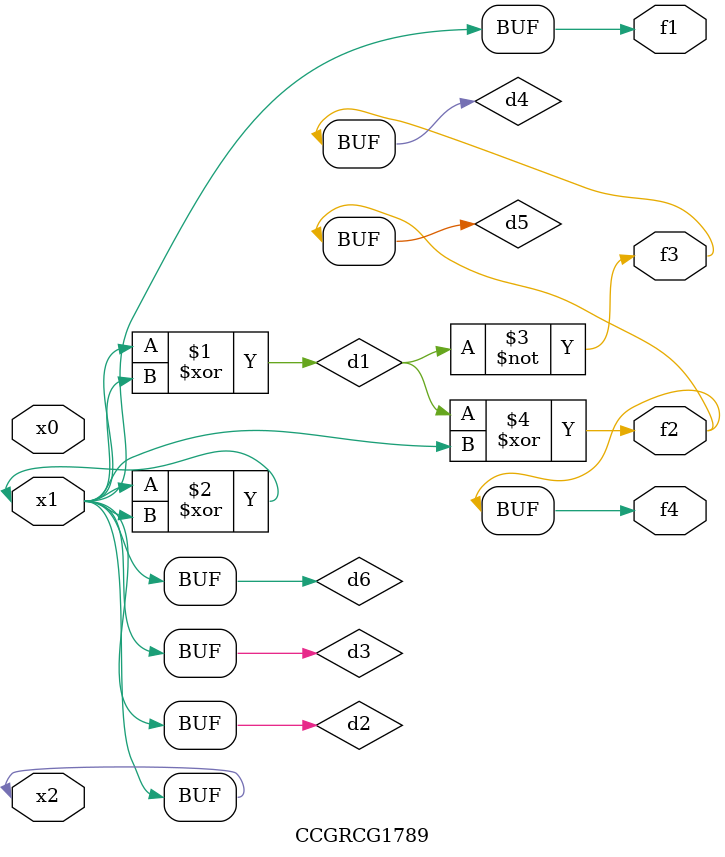
<source format=v>
module CCGRCG1789(
	input x0, x1, x2,
	output f1, f2, f3, f4
);

	wire d1, d2, d3, d4, d5, d6;

	xor (d1, x1, x2);
	buf (d2, x1, x2);
	xor (d3, x1, x2);
	nor (d4, d1);
	xor (d5, d1, d2);
	buf (d6, d2, d3);
	assign f1 = d6;
	assign f2 = d5;
	assign f3 = d4;
	assign f4 = d5;
endmodule

</source>
